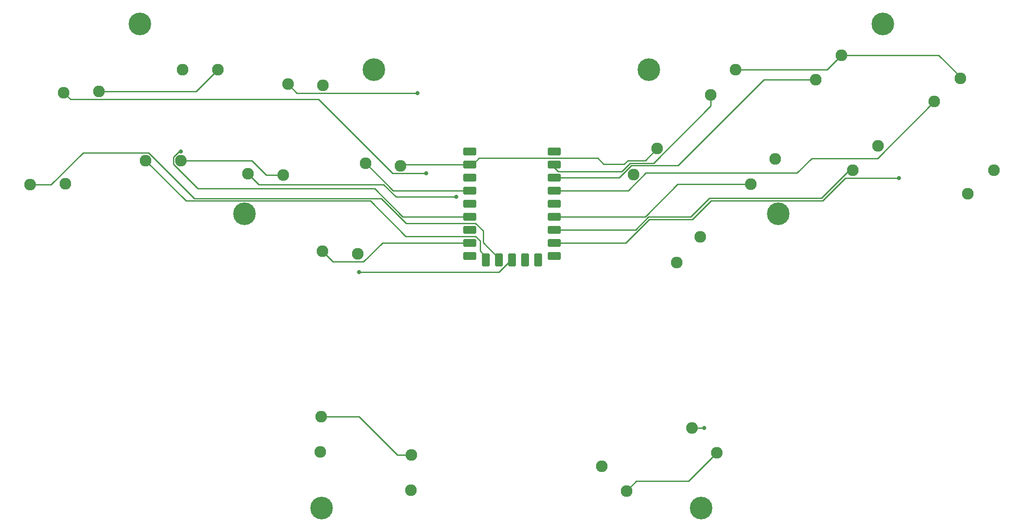
<source format=gbr>
%TF.GenerationSoftware,KiCad,Pcbnew,9.0.0*%
%TF.CreationDate,2025-02-20T21:39:48+01:00*%
%TF.ProjectId,chouchou_mx,63686f75-6368-46f7-955f-6d782e6b6963,v1.0.0*%
%TF.SameCoordinates,Original*%
%TF.FileFunction,Copper,L1,Top*%
%TF.FilePolarity,Positive*%
%FSLAX46Y46*%
G04 Gerber Fmt 4.6, Leading zero omitted, Abs format (unit mm)*
G04 Created by KiCad (PCBNEW 9.0.0) date 2025-02-20 21:39:48*
%MOMM*%
%LPD*%
G01*
G04 APERTURE LIST*
G04 Aperture macros list*
%AMRoundRect*
0 Rectangle with rounded corners*
0 $1 Rounding radius*
0 $2 $3 $4 $5 $6 $7 $8 $9 X,Y pos of 4 corners*
0 Add a 4 corners polygon primitive as box body*
4,1,4,$2,$3,$4,$5,$6,$7,$8,$9,$2,$3,0*
0 Add four circle primitives for the rounded corners*
1,1,$1+$1,$2,$3*
1,1,$1+$1,$4,$5*
1,1,$1+$1,$6,$7*
1,1,$1+$1,$8,$9*
0 Add four rect primitives between the rounded corners*
20,1,$1+$1,$2,$3,$4,$5,0*
20,1,$1+$1,$4,$5,$6,$7,0*
20,1,$1+$1,$6,$7,$8,$9,0*
20,1,$1+$1,$8,$9,$2,$3,0*%
G04 Aperture macros list end*
%TA.AperFunction,ComponentPad*%
%ADD10C,2.286000*%
%TD*%
%TA.AperFunction,ComponentPad*%
%ADD11C,0.700000*%
%TD*%
%TA.AperFunction,ComponentPad*%
%ADD12C,4.400000*%
%TD*%
%TA.AperFunction,ComponentPad*%
%ADD13RoundRect,0.400000X-0.900000X-0.400000X0.900000X-0.400000X0.900000X0.400000X-0.900000X0.400000X0*%
%TD*%
%TA.AperFunction,ComponentPad*%
%ADD14RoundRect,0.400050X-0.899950X-0.400050X0.899950X-0.400050X0.899950X0.400050X-0.899950X0.400050X0*%
%TD*%
%TA.AperFunction,ComponentPad*%
%ADD15RoundRect,0.400000X-0.400000X-0.900000X0.400000X-0.900000X0.400000X0.900000X-0.400000X0.900000X0*%
%TD*%
%TA.AperFunction,ComponentPad*%
%ADD16RoundRect,0.393700X-0.393700X-0.906300X0.393700X-0.906300X0.393700X0.906300X-0.393700X0.906300X0*%
%TD*%
%TA.AperFunction,ViaPad*%
%ADD17C,0.800000*%
%TD*%
%TA.AperFunction,Conductor*%
%ADD18C,0.250000*%
%TD*%
G04 APERTURE END LIST*
D10*
%TO.P,S30,1*%
%TO.N,GP10*%
X106401208Y-199900896D03*
%TO.P,S30,2*%
%TO.N,GND*%
X106544268Y-193063234D03*
%TD*%
%TO.P,S24,1*%
%TO.N,GP27*%
X62049952Y-118142693D03*
%TO.P,S24,2*%
%TO.N,GND*%
X68889070Y-118166398D03*
%TD*%
D11*
%TO.P,_1,1*%
%TO.N,N/C*%
X52217707Y-108684567D03*
X53070880Y-107753492D03*
X52272792Y-109946220D03*
X54332533Y-107698407D03*
D12*
X53768200Y-109248900D03*
D11*
X53203867Y-110799393D03*
X55263608Y-108551580D03*
X54465520Y-110744308D03*
X55318693Y-109813233D03*
%TD*%
D13*
%TO.P,RP2040Zero1,1*%
%TO.N,GP0*%
X134320600Y-134012600D03*
X134320600Y-134012600D03*
%TO.P,RP2040Zero1,2*%
%TO.N,GP1*%
X134320600Y-136552600D03*
X134320600Y-136552600D03*
%TO.P,RP2040Zero1,3*%
%TO.N,GP2*%
X134320600Y-139092600D03*
X134320600Y-139092600D03*
%TO.P,RP2040Zero1,4*%
%TO.N,GP3*%
X134320600Y-141632600D03*
X134320600Y-141632600D03*
%TO.P,RP2040Zero1,5*%
%TO.N,GP4*%
X134320600Y-144172600D03*
X134320600Y-144172600D03*
D14*
%TO.P,RP2040Zero1,6*%
%TO.N,GP5*%
X134320600Y-146712600D03*
X134320600Y-146712600D03*
%TO.P,RP2040Zero1,7*%
%TO.N,GP6*%
X134320600Y-149252600D03*
X134320600Y-149252600D03*
%TO.P,RP2040Zero1,8*%
%TO.N,GP7*%
X134320600Y-151792600D03*
X134320600Y-151792600D03*
%TO.P,RP2040Zero1,9*%
%TO.N,GP8*%
X134320600Y-154332600D03*
X134320600Y-154332600D03*
D15*
%TO.P,RP2040Zero1,10*%
%TO.N,GP9*%
X131180600Y-155142600D03*
X131180600Y-155142600D03*
D16*
%TO.P,RP2040Zero1,11*%
%TO.N,GP10*%
X128640600Y-155142600D03*
X128640600Y-155142600D03*
%TO.P,RP2040Zero1,12*%
%TO.N,GP11*%
X126100600Y-155142600D03*
X126100600Y-155142600D03*
%TO.P,RP2040Zero1,13*%
%TO.N,GP12*%
X123560600Y-155142600D03*
X123560600Y-155142600D03*
%TO.P,RP2040Zero1,14*%
%TO.N,GP13*%
X121020600Y-155142600D03*
X121020600Y-155142600D03*
D14*
%TO.P,RP2040Zero1,15*%
%TO.N,GP14*%
X117880600Y-154332600D03*
X117880600Y-154332600D03*
%TO.P,RP2040Zero1,16*%
%TO.N,GP15*%
X117880600Y-151792600D03*
X117880600Y-151792600D03*
%TO.P,RP2040Zero1,17*%
%TO.N,GP26*%
X117880600Y-149252600D03*
X117880600Y-149252600D03*
%TO.P,RP2040Zero1,18*%
%TO.N,GP27*%
X117880600Y-146712600D03*
X117880600Y-146712600D03*
%TO.P,RP2040Zero1,19*%
%TO.N,P5V*%
X117880600Y-134012600D03*
X117880600Y-134012600D03*
%TO.P,RP2040Zero1,20*%
%TO.N,GND*%
X117880600Y-136552600D03*
X117880600Y-136552600D03*
%TO.P,RP2040Zero1,21*%
%TO.N,P3V3*%
X117880600Y-139092600D03*
X117880600Y-139092600D03*
%TO.P,RP2040Zero1,22*%
%TO.N,GP28*%
X117880600Y-144172600D03*
X117880600Y-144172600D03*
%TO.P,RP2040Zero1,23*%
%TO.N,GP29*%
X117880600Y-141632600D03*
X117880600Y-141632600D03*
%TD*%
D10*
%TO.P,S36,1*%
%TO.N,GP1*%
X164707517Y-123005422D03*
%TO.P,S36,2*%
%TO.N,GND*%
X169475419Y-118102239D03*
%TD*%
%TO.P,S22,1*%
%TO.N,GP26*%
X38993717Y-122606307D03*
%TO.P,S22,2*%
%TO.N,GND*%
X45829498Y-122391316D03*
%TD*%
%TO.P,S27,1*%
%TO.N,GP15*%
X89267238Y-153447011D03*
%TO.P,S27,2*%
%TO.N,GND*%
X96088043Y-153947731D03*
%TD*%
%TO.P,S38,1*%
%TO.N,GP0*%
X149697089Y-138551936D03*
%TO.P,S38,2*%
%TO.N,GND*%
X154290968Y-133485343D03*
%TD*%
%TO.P,S37,1*%
%TO.N,GP4*%
X158048089Y-155673936D03*
%TO.P,S37,2*%
%TO.N,GND*%
X162641968Y-150607343D03*
%TD*%
D11*
%TO.P,_5,1*%
%TO.N,N/C*%
X97748990Y-117385588D03*
X97671895Y-118646086D03*
X98694814Y-116548795D03*
X99955312Y-116625890D03*
D12*
X99232000Y-118108900D03*
D11*
X98508688Y-119591910D03*
X99769186Y-119669005D03*
X100792105Y-117571714D03*
X100715010Y-118832212D03*
%TD*%
D10*
%TO.P,S25,1*%
%TO.N,GP14*%
X74784572Y-138342300D03*
%TO.P,S25,2*%
%TO.N,GND*%
X81618697Y-138604672D03*
%TD*%
%TO.P,S26,1*%
%TO.N,GP28*%
X82532972Y-120939200D03*
%TO.P,S26,2*%
%TO.N,GND*%
X89367097Y-121201572D03*
%TD*%
%TO.P,S34,1*%
%TO.N,GP2*%
X185121155Y-120045695D03*
%TO.P,S34,2*%
%TO.N,GND*%
X190057271Y-115311896D03*
%TD*%
D11*
%TO.P,_2,1*%
%TO.N,N/C*%
X196562507Y-109813233D03*
X196617592Y-108551580D03*
X197415680Y-110744308D03*
X197548667Y-107698407D03*
D12*
X198113000Y-109248900D03*
D11*
X198677333Y-110799393D03*
X198810320Y-107753492D03*
X199608408Y-109946220D03*
X199663493Y-108684567D03*
%TD*%
D10*
%TO.P,S33,1*%
%TO.N,GP6*%
X192257455Y-137708495D03*
%TO.P,S33,2*%
%TO.N,GND*%
X197193571Y-132974696D03*
%TD*%
%TO.P,S39,1*%
%TO.N,GP8*%
X161030778Y-187781332D03*
%TO.P,S39,2*%
%TO.N,GND*%
X165850003Y-192634081D03*
%TD*%
%TO.P,S35,1*%
%TO.N,GP5*%
X172455817Y-140408522D03*
%TO.P,S35,2*%
%TO.N,GND*%
X177223719Y-135505339D03*
%TD*%
%TO.P,S31,1*%
%TO.N,GP7*%
X214629343Y-142244870D03*
%TO.P,S31,2*%
%TO.N,GND*%
X219727660Y-137686223D03*
%TD*%
D11*
%TO.P,_3,1*%
%TO.N,N/C*%
X72569450Y-145505585D03*
X73485493Y-144636293D03*
X72536393Y-146768007D03*
X74747915Y-144669350D03*
D12*
X74076800Y-146176700D03*
D11*
X73405685Y-147684050D03*
X75617207Y-145585393D03*
X74668107Y-147717107D03*
X75584150Y-146847815D03*
%TD*%
D10*
%TO.P,S40,1*%
%TO.N,GP9*%
X143495178Y-195224732D03*
%TO.P,S40,2*%
%TO.N,GND*%
X148314403Y-200077481D03*
%TD*%
D11*
%TO.P,_8,1*%
%TO.N,N/C*%
X162180794Y-201866667D03*
X163443601Y-201855647D03*
X161295647Y-202767399D03*
X164344333Y-202740794D03*
D12*
X162825500Y-203385500D03*
D11*
X161306667Y-204030206D03*
X164355353Y-204003601D03*
X162207399Y-204915353D03*
X163470206Y-204904333D03*
%TD*%
D10*
%TO.P,S21,1*%
%TO.N,GP12*%
X32478217Y-140507407D03*
%TO.P,S21,2*%
%TO.N,GND*%
X39313998Y-140292416D03*
%TD*%
D11*
%TO.P,_4,1*%
%TO.N,N/C*%
X176297050Y-146847815D03*
X176263993Y-145585393D03*
X177213093Y-147717107D03*
X177133285Y-144669350D03*
D12*
X177804400Y-146176700D03*
D11*
X178475515Y-147684050D03*
X178395707Y-144636293D03*
X179344807Y-146768007D03*
X179311750Y-145505585D03*
%TD*%
D10*
%TO.P,S32,1*%
%TO.N,GP3*%
X208113843Y-124343770D03*
%TO.P,S32,2*%
%TO.N,GND*%
X213212160Y-119785123D03*
%TD*%
D11*
%TO.P,_6,1*%
%TO.N,N/C*%
X151166190Y-118832212D03*
X151089095Y-117571714D03*
X152112014Y-119669005D03*
X151925888Y-116625890D03*
D12*
X152649200Y-118108900D03*
D11*
X153372512Y-119591910D03*
X153186386Y-116548795D03*
X154209305Y-118646086D03*
X154132210Y-117385588D03*
%TD*%
D10*
%TO.P,S28,1*%
%TO.N,GP29*%
X97618238Y-136325011D03*
%TO.P,S28,2*%
%TO.N,GND*%
X104439043Y-136825731D03*
%TD*%
%TO.P,S23,1*%
%TO.N,GP13*%
X54913652Y-135805493D03*
%TO.P,S23,2*%
%TO.N,GND*%
X61752770Y-135829198D03*
%TD*%
D11*
%TO.P,_7,1*%
%TO.N,N/C*%
X88410994Y-204904333D03*
X87525847Y-204003601D03*
X89673801Y-204915353D03*
X87536867Y-202740794D03*
D12*
X89055700Y-203385500D03*
D11*
X90574533Y-204030206D03*
X88437599Y-201855647D03*
X90585553Y-202767399D03*
X89700406Y-201866667D03*
%TD*%
D10*
%TO.P,S29,1*%
%TO.N,GP11*%
X88865508Y-192457496D03*
%TO.P,S29,2*%
%TO.N,GND*%
X89008568Y-185619834D03*
%TD*%
D17*
%TO.N,GP26*%
X109399400Y-138325700D03*
%TO.N,GP27*%
X61746500Y-134060500D03*
%TO.N,GP14*%
X115207900Y-142894100D03*
%TO.N,GP28*%
X107672500Y-122693000D03*
%TO.N,GP11*%
X96354600Y-157533000D03*
%TO.N,GP7*%
X201296100Y-139178200D03*
%TO.N,GP8*%
X163381700Y-187781300D03*
%TD*%
D18*
%TO.N,GP12*%
X100661000Y-143173000D02*
X64359800Y-143173000D01*
X120455600Y-151769600D02*
X120455600Y-149489600D01*
X36510000Y-140507400D02*
X32478200Y-140507400D01*
X123228600Y-154542600D02*
X120455600Y-151769600D01*
X105470600Y-147982600D02*
X100661000Y-143173000D01*
X55473000Y-134286200D02*
X42731200Y-134286200D01*
X118948600Y-147982600D02*
X105470600Y-147982600D01*
X120455600Y-149489600D02*
X118948600Y-147982600D01*
X123560600Y-154542600D02*
X123228600Y-154542600D01*
X64359800Y-143173000D02*
X55473000Y-134286200D01*
X42731200Y-134286200D02*
X36510000Y-140507400D01*
%TO.N,GND*%
X209009200Y-115311900D02*
X190057300Y-115311900D01*
X96394900Y-185619800D02*
X103838300Y-193063200D01*
X64664200Y-122391300D02*
X68889100Y-118166400D01*
X75557200Y-135829200D02*
X78332700Y-138604700D01*
X213212200Y-119514900D02*
X209009200Y-115311900D01*
X103838300Y-193063200D02*
X106544300Y-193063200D01*
X142717600Y-135354200D02*
X143894600Y-136531200D01*
X61752800Y-135829200D02*
X75557200Y-135829200D01*
X104712100Y-136552600D02*
X104439000Y-136825700D01*
X45829500Y-122391300D02*
X64664200Y-122391300D01*
X160337100Y-198147000D02*
X150244900Y-198147000D01*
X118480600Y-136552600D02*
X104712100Y-136552600D01*
X147870800Y-136531200D02*
X148598200Y-135803800D01*
X148598200Y-135803800D02*
X151972500Y-135803800D01*
X89008600Y-185619800D02*
X96394900Y-185619800D01*
X169475400Y-118102200D02*
X187267000Y-118102200D01*
X143894600Y-136531200D02*
X147870800Y-136531200D01*
X78332700Y-138604700D02*
X81618700Y-138604700D01*
X150244900Y-198147000D02*
X148314400Y-200077500D01*
X118480600Y-136552600D02*
X119679000Y-135354200D01*
X151972500Y-135803800D02*
X154291000Y-133485300D01*
X165850000Y-192634100D02*
X160337100Y-198147000D01*
X213212200Y-119785100D02*
X213212200Y-119514900D01*
X119679000Y-135354200D02*
X142717600Y-135354200D01*
X187267000Y-118102200D02*
X190057300Y-115311900D01*
%TO.N,GP26*%
X38993700Y-122606300D02*
X40280100Y-123892700D01*
X40280100Y-123892700D02*
X88485600Y-123892700D01*
X88485600Y-123892700D02*
X102918600Y-138325700D01*
X102918600Y-138325700D02*
X109399400Y-138325700D01*
%TO.N,GP13*%
X105461700Y-150522600D02*
X118969900Y-150522600D01*
X119865200Y-151417900D02*
X119865200Y-153387200D01*
X62732900Y-143624700D02*
X98563800Y-143624700D01*
X118969900Y-150522600D02*
X119865200Y-151417900D01*
X54913700Y-135805500D02*
X62732900Y-143624700D01*
X119865200Y-153387200D02*
X121020600Y-154542600D01*
X98563800Y-143624700D02*
X105461700Y-150522600D01*
%TO.N,GP27*%
X118480600Y-146712600D02*
X104839500Y-146712600D01*
X60283100Y-136489700D02*
X60283100Y-135151000D01*
X61373600Y-134060500D02*
X61746500Y-134060500D01*
X99397800Y-141270900D02*
X65064300Y-141270900D01*
X60283100Y-135151000D02*
X61373600Y-134060500D01*
X104839500Y-146712600D02*
X99397800Y-141270900D01*
X65064300Y-141270900D02*
X60283100Y-136489700D01*
%TO.N,GP14*%
X103550700Y-142894100D02*
X101130300Y-140473700D01*
X115207900Y-142894100D02*
X103550700Y-142894100D01*
X76916000Y-140473700D02*
X74784600Y-138342300D01*
X101130300Y-140473700D02*
X76916000Y-140473700D01*
%TO.N,GP28*%
X84286800Y-122693000D02*
X82533000Y-120939200D01*
X107672500Y-122693000D02*
X84286800Y-122693000D01*
%TO.N,GP15*%
X100902900Y-151792600D02*
X97223400Y-155472100D01*
X118480600Y-151792600D02*
X100902900Y-151792600D01*
X91292300Y-155472100D02*
X89267200Y-153447000D01*
X97223400Y-155472100D02*
X91292300Y-155472100D01*
%TO.N,GP29*%
X118480600Y-141632600D02*
X103003600Y-141632600D01*
X103003600Y-141632600D02*
X97696000Y-136325000D01*
X97696000Y-136325000D02*
X97618200Y-136325000D01*
%TO.N,GP11*%
X126100600Y-154542600D02*
X126100600Y-154960100D01*
X126100600Y-154960100D02*
X123527700Y-157533000D01*
X123527700Y-157533000D02*
X96354600Y-157533000D01*
%TO.N,GP7*%
X186474700Y-143594700D02*
X164753500Y-143594700D01*
X152776500Y-147234700D02*
X148218600Y-151792600D01*
X164753500Y-143594700D02*
X161113500Y-147234700D01*
X190891200Y-139178200D02*
X186474700Y-143594700D01*
X161113500Y-147234700D02*
X152776500Y-147234700D01*
X148218600Y-151792600D02*
X133720600Y-151792600D01*
X201296100Y-139178200D02*
X190891200Y-139178200D01*
%TO.N,GP3*%
X184288300Y-135377500D02*
X181437400Y-138228400D01*
X197080100Y-135377500D02*
X184288300Y-135377500D01*
X181437400Y-138228400D02*
X152099200Y-138228400D01*
X148695000Y-141632600D02*
X133720600Y-141632600D01*
X152099200Y-138228400D02*
X148695000Y-141632600D01*
X208113800Y-124343800D02*
X197080100Y-135377500D01*
%TO.N,GP6*%
X186184200Y-143143000D02*
X164463000Y-143143000D01*
X192257500Y-137708500D02*
X191618700Y-137708500D01*
X160823000Y-146783000D02*
X152568500Y-146783000D01*
X152568500Y-146783000D02*
X150098900Y-149252600D01*
X191618700Y-137708500D02*
X186184200Y-143143000D01*
X164463000Y-143143000D02*
X160823000Y-146783000D01*
X150098900Y-149252600D02*
X133720600Y-149252600D01*
%TO.N,GP2*%
X175048100Y-120045700D02*
X185121200Y-120045700D01*
X158344400Y-136749400D02*
X175048100Y-120045700D01*
X133720600Y-139092600D02*
X146905100Y-139092600D01*
X149248300Y-136749400D02*
X158344400Y-136749400D01*
X146905100Y-139092600D02*
X149248300Y-136749400D01*
%TO.N,GP5*%
X151982000Y-146712600D02*
X133720600Y-146712600D01*
X172455800Y-140408500D02*
X158286100Y-140408500D01*
X158286100Y-140408500D02*
X151982000Y-146712600D01*
%TO.N,GP1*%
X147439600Y-137919300D02*
X149061200Y-136297700D01*
X149061200Y-136297700D02*
X153571400Y-136297700D01*
X135087300Y-137919300D02*
X147439600Y-137919300D01*
X164707500Y-125161600D02*
X164707500Y-123005400D01*
X133720600Y-136552600D02*
X135087300Y-137919300D01*
X153571400Y-136297700D02*
X164707500Y-125161600D01*
%TO.N,GP8*%
X161030800Y-187781300D02*
X163381700Y-187781300D01*
%TD*%
M02*

</source>
